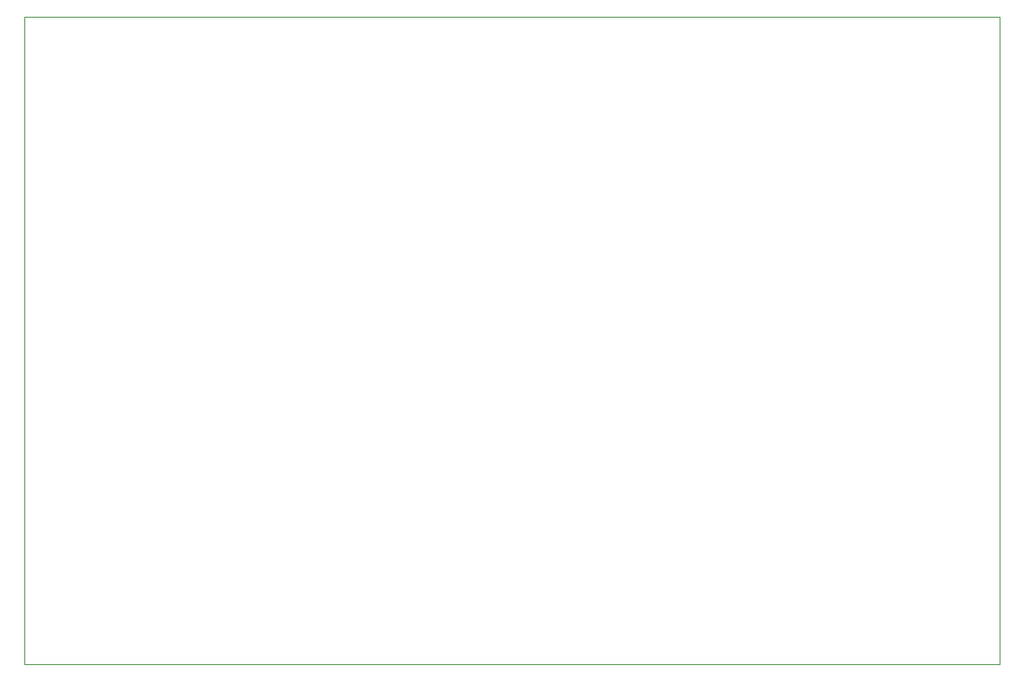
<source format=gbr>
%TF.GenerationSoftware,KiCad,Pcbnew,9.0.4*%
%TF.CreationDate,2025-09-08T12:57:20+12:00*%
%TF.ProjectId,doneIThink,646f6e65-4954-4686-996e-6b2e6b696361,rev?*%
%TF.SameCoordinates,Original*%
%TF.FileFunction,Profile,NP*%
%FSLAX46Y46*%
G04 Gerber Fmt 4.6, Leading zero omitted, Abs format (unit mm)*
G04 Created by KiCad (PCBNEW 9.0.4) date 2025-09-08 12:57:20*
%MOMM*%
%LPD*%
G01*
G04 APERTURE LIST*
%TA.AperFunction,Profile*%
%ADD10C,0.050000*%
%TD*%
G04 APERTURE END LIST*
D10*
X162122960Y-42649986D02*
X260292960Y-42649986D01*
X260292960Y-108000000D01*
X162122960Y-108000000D01*
X162122960Y-42649986D01*
M02*

</source>
